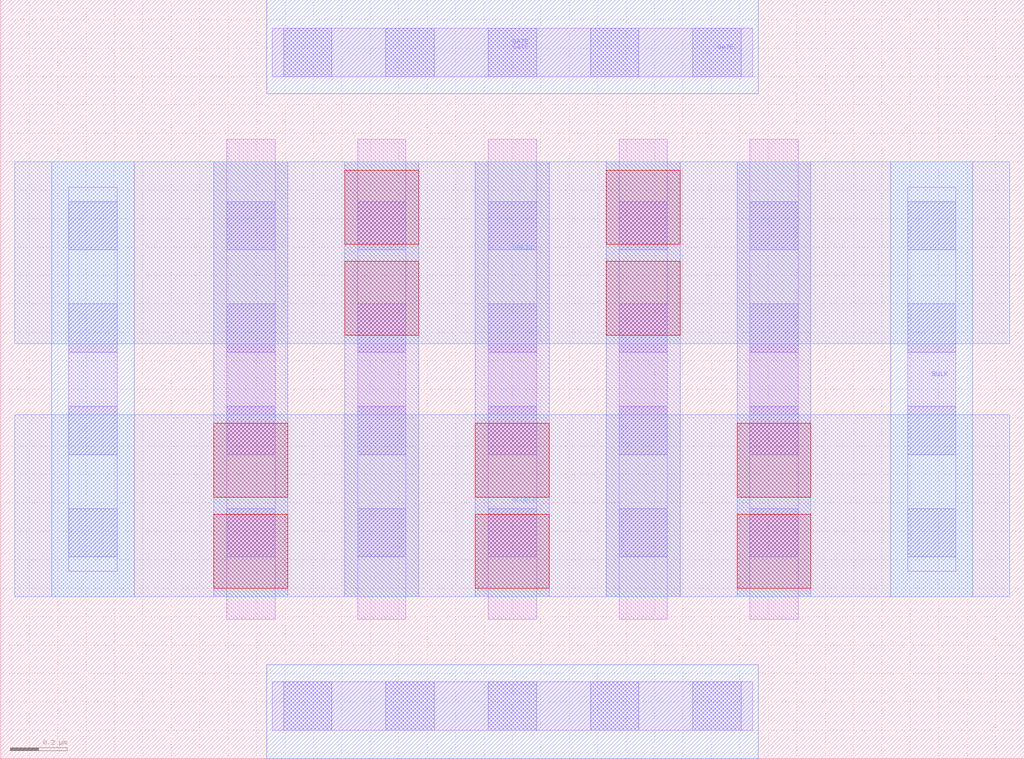
<source format=lef>
# Copyright 2020 The SkyWater PDK Authors
#
# Licensed under the Apache License, Version 2.0 (the "License");
# you may not use this file except in compliance with the License.
# You may obtain a copy of the License at
#
#     https://www.apache.org/licenses/LICENSE-2.0
#
# Unless required by applicable law or agreed to in writing, software
# distributed under the License is distributed on an "AS IS" BASIS,
# WITHOUT WARRANTIES OR CONDITIONS OF ANY KIND, either express or implied.
# See the License for the specific language governing permissions and
# limitations under the License.
#
# SPDX-License-Identifier: Apache-2.0

VERSION 5.7 ;
  NOWIREEXTENSIONATPIN ON ;
  DIVIDERCHAR "/" ;
  BUSBITCHARS "[]" ;
MACRO sky130_fd_pr__rf_pfet_01v8_aM04W1p65L0p18
  CLASS BLOCK ;
  FOREIGN sky130_fd_pr__rf_pfet_01v8_aM04W1p65L0p18 ;
  ORIGIN  0.000000  0.000000 ;
  SIZE  3.600000 BY  2.670000 ;
  PIN BULK
    ANTENNADIFFAREA  0.957000 ;
    PORT
      LAYER met1 ;
        RECT 0.180000 0.570000 0.470000 2.100000 ;
        RECT 3.130000 0.570000 3.420000 2.100000 ;
    END
  END BULK
  PIN DRAIN
    ANTENNADIFFAREA  0.924000 ;
    PORT
      LAYER met2 ;
        RECT 0.050000 1.460000 3.550000 2.100000 ;
    END
  END DRAIN
  PIN GATE
    ANTENNAGATEAREA  1.188000 ;
    PORT
      LAYER li1 ;
        RECT 0.955000 0.100000 2.645000 0.270000 ;
        RECT 0.955000 2.400000 2.645000 2.570000 ;
      LAYER mcon ;
        RECT 0.995000 0.100000 1.165000 0.270000 ;
        RECT 0.995000 2.400000 1.165000 2.570000 ;
        RECT 1.355000 0.100000 1.525000 0.270000 ;
        RECT 1.355000 2.400000 1.525000 2.570000 ;
        RECT 1.715000 0.100000 1.885000 0.270000 ;
        RECT 1.715000 2.400000 1.885000 2.570000 ;
        RECT 2.075000 0.100000 2.245000 0.270000 ;
        RECT 2.075000 2.400000 2.245000 2.570000 ;
        RECT 2.435000 0.100000 2.605000 0.270000 ;
        RECT 2.435000 2.400000 2.605000 2.570000 ;
    END
    PORT
      LAYER met1 ;
        RECT 0.935000 0.000000 2.665000 0.330000 ;
        RECT 0.935000 2.340000 2.665000 2.670000 ;
    END
  END GATE
  PIN SOURCE
    ANTENNADIFFAREA  1.386000 ;
    PORT
      LAYER met2 ;
        RECT 0.050000 0.570000 3.550000 1.210000 ;
    END
  END SOURCE
  OBS
    LAYER li1 ;
      RECT 0.240000 0.660000 0.410000 2.010000 ;
      RECT 0.795000 0.490000 0.965000 2.180000 ;
      RECT 1.255000 0.490000 1.425000 2.180000 ;
      RECT 1.715000 0.490000 1.885000 2.180000 ;
      RECT 2.175000 0.490000 2.345000 2.180000 ;
      RECT 2.635000 0.490000 2.805000 2.180000 ;
      RECT 3.190000 0.660000 3.360000 2.010000 ;
    LAYER mcon ;
      RECT 0.240000 0.710000 0.410000 0.880000 ;
      RECT 0.240000 1.070000 0.410000 1.240000 ;
      RECT 0.240000 1.430000 0.410000 1.600000 ;
      RECT 0.240000 1.790000 0.410000 1.960000 ;
      RECT 0.795000 0.710000 0.965000 0.880000 ;
      RECT 0.795000 1.070000 0.965000 1.240000 ;
      RECT 0.795000 1.430000 0.965000 1.600000 ;
      RECT 0.795000 1.790000 0.965000 1.960000 ;
      RECT 1.255000 0.710000 1.425000 0.880000 ;
      RECT 1.255000 1.070000 1.425000 1.240000 ;
      RECT 1.255000 1.430000 1.425000 1.600000 ;
      RECT 1.255000 1.790000 1.425000 1.960000 ;
      RECT 1.715000 0.710000 1.885000 0.880000 ;
      RECT 1.715000 1.070000 1.885000 1.240000 ;
      RECT 1.715000 1.430000 1.885000 1.600000 ;
      RECT 1.715000 1.790000 1.885000 1.960000 ;
      RECT 2.175000 0.710000 2.345000 0.880000 ;
      RECT 2.175000 1.070000 2.345000 1.240000 ;
      RECT 2.175000 1.430000 2.345000 1.600000 ;
      RECT 2.175000 1.790000 2.345000 1.960000 ;
      RECT 2.635000 0.710000 2.805000 0.880000 ;
      RECT 2.635000 1.070000 2.805000 1.240000 ;
      RECT 2.635000 1.430000 2.805000 1.600000 ;
      RECT 2.635000 1.790000 2.805000 1.960000 ;
      RECT 3.190000 0.710000 3.360000 0.880000 ;
      RECT 3.190000 1.070000 3.360000 1.240000 ;
      RECT 3.190000 1.430000 3.360000 1.600000 ;
      RECT 3.190000 1.790000 3.360000 1.960000 ;
    LAYER met1 ;
      RECT 0.750000 0.570000 1.010000 2.100000 ;
      RECT 1.210000 0.570000 1.470000 2.100000 ;
      RECT 1.670000 0.570000 1.930000 2.100000 ;
      RECT 2.130000 0.570000 2.390000 2.100000 ;
      RECT 2.590000 0.570000 2.850000 2.100000 ;
    LAYER via ;
      RECT 0.750000 0.600000 1.010000 0.860000 ;
      RECT 0.750000 0.920000 1.010000 1.180000 ;
      RECT 1.210000 1.490000 1.470000 1.750000 ;
      RECT 1.210000 1.810000 1.470000 2.070000 ;
      RECT 1.670000 0.600000 1.930000 0.860000 ;
      RECT 1.670000 0.920000 1.930000 1.180000 ;
      RECT 2.130000 1.490000 2.390000 1.750000 ;
      RECT 2.130000 1.810000 2.390000 2.070000 ;
      RECT 2.590000 0.600000 2.850000 0.860000 ;
      RECT 2.590000 0.920000 2.850000 1.180000 ;
  END
END sky130_fd_pr__rf_pfet_01v8_aM04W1p65L0p18
END LIBRARY

</source>
